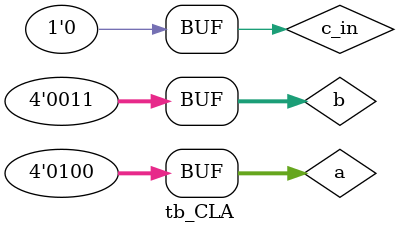
<source format=v>
`timescale 1ns / 1ps


module tb_CLA;

	// Inputs
	reg [3:0] a;
	reg [3:0] b;
	reg c_in;

	// Outputs
	wire c_out;
	wire [3:0] sum;

	// Instantiate the Unit Under Test (UUT)
	CLA uut (
		.a(a), 
		.b(b), 
		.c_in(c_in), 
		.c_out(c_out), 
		.sum(sum)
	);

	initial begin
		// Initialize Inputs
		#10
		a = 4;
		b = 5;
		c_in = 1;
		#10
		a = 4;
		b = 3;
		c_in = 0;
   
		// Wait 100 ns for global reset to finish
		#100;
        
		// Add stimulus here

	end
      
endmodule


</source>
